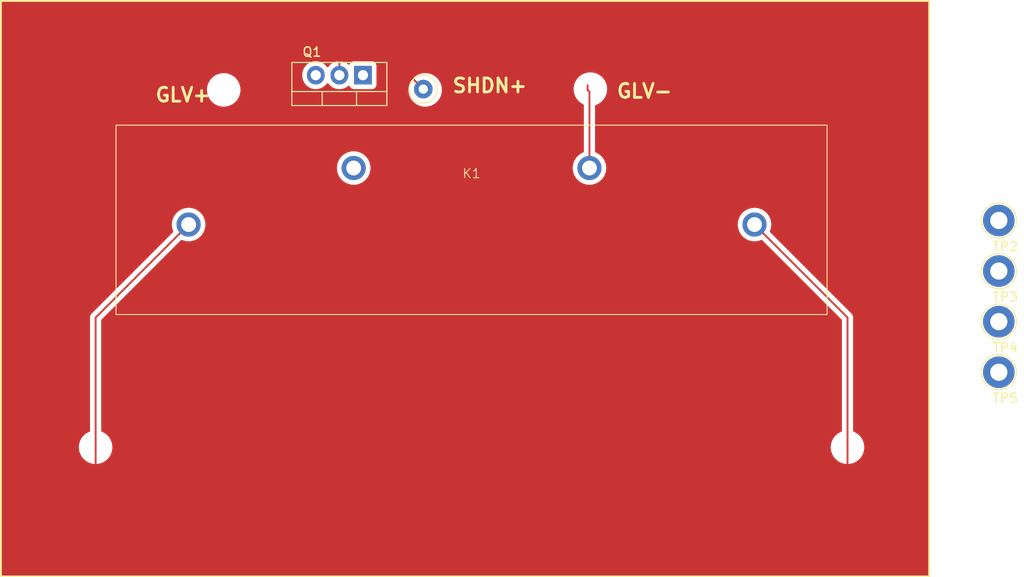
<source format=kicad_pcb>
(kicad_pcb (version 20241229) (generator "pcbnew") (generator_version "9.0")
  (layers (0 "F.Cu" signal) (2 "B.Cu" signal) (13 "F.Paste" user) (15 "B.Paste" user) (5 "F.SilkS" user "F.Silkscreen") (7 "B.SilkS" user "B.Silkscreen") (1 "F.Mask" user) (3 "B.Mask" user) (25 "Edge.Cuts" user))
  (net 0 "")
  (net 1 "Net-(Q1-D)")
  (net 2 "Net-(Q1-G)")
  (net 3 "Net-(Q1-S)")
  (net 4 "Net-(K1-Pad11)")
  (net 5 "Net-(K1-Pad12)")
  (net 6 "Net-(K1-PadA1)")
  (footprint "Library:Relay_SPST_NC_COMUS" (layer "F.Cu") (at 160.7 66.585)
    (property "Reference" "K1" (at 0 -5 0) (layer "F.SilkS") (effects (font (thickness 0.1))))
    (property "Value" "Relay_SPST-NC")
    (fp_rect (start -38.3 -10.2) (end 38.3 10.2) (stroke (width 0.1)) (fill no) (layer "F.SilkS"))
    (pad "1" thru_hole circle (at 30.48 0.505) (size 2.6 2.6) (drill 1.6) (layers "*.Cu" "*.Mask"))
    (pad "2" thru_hole circle (at 12.7 -5.585) (size 2.6 2.6) (drill 1.6) (layers "*.Cu" "*.Mask"))
    (pad "3" thru_hole circle (at -12.7 -5.585) (size 2.6 2.6) (drill 1.6) (layers "*.Cu" "*.Mask"))
    (pad "4" thru_hole circle (at -30.48 0.505) (size 2.6 2.6) (drill 1.6) (layers "*.Cu" "*.Mask"))
  )
  (footprint "TestPoint:TestPoint_Loop_D2.50mm_Drill1.85mm" (layer "F.Cu") (at 217.5 66.65)
    (property "Reference" "TP2" (at 0.7 2.8 0) (layer "F.SilkS"))
    (property "Value" "+12V")
    (fp_circle (center 0 0) (end 1.9 0) (stroke (width 0.12)) (fill no) (layer "F.SilkS"))
    (pad "1" thru_hole circle (at 0 0) (size 3.4 3.4) (drill 1.85) (layers "*.Cu" "*.Mask") (net 3 "Net-(Q1-S)"))
  )
  (footprint "TestPoint:TestPoint_Loop_D2.50mm_Drill1.85mm" (layer "F.Cu") (at 217.5 83)
    (property "Reference" "TP5" (at 0.7 2.8 0) (layer "F.SilkS"))
    (property "Value" "-12V")
    (fp_circle (center 0 0) (end 1.9 0) (stroke (width 0.12)) (fill no) (layer "F.SilkS"))
    (pad "1" thru_hole circle (at 0 0) (size 3.4 3.4) (drill 1.85) (layers "*.Cu" "*.Mask") (net 6 "Net-(K1-PadA1)"))
  )
  (footprint "TestPoint:TestPoint_Loop_D2.50mm_Drill1.85mm" (layer "F.Cu") (at 217.5 77.55)
    (property "Reference" "TP4" (at 0.7 2.8 0) (layer "F.SilkS"))
    (property "Value" "HV_Out")
    (fp_circle (center 0 0) (end 1.9 0) (stroke (width 0.12)) (fill no) (layer "F.SilkS"))
    (pad "1" thru_hole circle (at 0 0) (size 3.4 3.4) (drill 1.85) (layers "*.Cu" "*.Mask") (net 5 "Net-(K1-Pad12)"))
  )
  (footprint "TestPoint:TestPoint_Loop_D1.80mm_Drill1.0mm_Beaded" (layer "F.Cu") (at 155.5 52.5)
    (property "Reference" "TP1" (hide yes))
    (property "Value" "SHDN" (hide yes))
    (fp_circle (center 0 0) (end 1.5 0) (stroke (width 0.12)) (fill no) (layer "F.SilkS"))
    (pad "1" thru_hole circle (at 0 0) (size 2 2) (drill 1) (layers "*.Cu" "*.Mask") (net 2 "Net-(Q1-G)"))
  )
  (footprint "Package_TO_SOT_THT:TO-220-3_Vertical" (layer "F.Cu") (at 149 51 180)
    (property "Reference" "Q1" (at 5.5 2.5 0) (layer "F.SilkS"))
    (property "Value" "PMOS")
    (fp_line (start 7.66 -3.27) (end 7.66 1.371) (stroke (width 0.12)) (layer "F.SilkS"))
    (fp_line (start 4.391 -3.27) (end 4.391 -1.76) (stroke (width 0.12)) (layer "F.SilkS"))
    (fp_line (start 0.69 -3.27) (end 0.69 -1.76) (stroke (width 0.12)) (layer "F.SilkS"))
    (fp_line (start -2.58 1.371) (end 7.66 1.371) (stroke (width 0.12)) (layer "F.SilkS"))
    (fp_line (start -2.58 -1.76) (end 7.66 -1.76) (stroke (width 0.12)) (layer "F.SilkS"))
    (fp_line (start -2.58 -3.27) (end 7.66 -3.27) (stroke (width 0.12)) (layer "F.SilkS"))
    (fp_line (start -2.58 -3.27) (end -2.58 1.371) (stroke (width 0.12)) (layer "F.SilkS"))
    (pad "1" thru_hole rect (at 0 0 180) (size 1.905 2) (drill 1.1) (layers "*.Cu" "*.Mask") (net 1 "Net-(Q1-D)"))
    (pad "2" thru_hole oval (at 2.54 0 180) (size 1.905 2) (drill 1.1) (layers "*.Cu" "*.Mask") (net 2 "Net-(Q1-G)"))
    (pad "3" thru_hole oval (at 5.08 0 180) (size 1.905 2) (drill 1.1) (layers "*.Cu" "*.Mask") (net 3 "Net-(Q1-S)"))
  )
  (footprint "TestPoint:TestPoint_Loop_D2.50mm_Drill1.85mm" (layer "F.Cu") (at 217.5 72.1)
    (property "Reference" "TP3" (at 0.7 2.8 0) (layer "F.SilkS"))
    (property "Value" "HV_In")
    (fp_circle (center 0 0) (end 1.9 0) (stroke (width 0.12)) (fill no) (layer "F.SilkS"))
    (pad "1" thru_hole circle (at 0 0) (size 3.4 3.4) (drill 1.85) (layers "*.Cu" "*.Mask") (net 4 "Net-(K1-Pad11)"))
  )
  (gr_line (start 210 104.915) (end 210 43) (stroke (width 0.2)) (layer "F.SilkS"))
  (gr_line (start 110 105) (end 210 105) (stroke (width 0.2)) (layer "F.SilkS"))
  (gr_line (start 210 43) (end 110 43) (stroke (width 0.2)) (layer "F.SilkS"))
  (gr_line (start 110 43) (end 110 104.915) (stroke (width 0.2)) (layer "F.SilkS"))
  (gr_text "SHDN+" (at 158.5 53 0) (layer "F.SilkS") (effects (font (size 1.5 1.5) (thickness 0.3) (bold yes)) (justify left bottom)))
  (gr_text "GLV-" (at 176.2 53.585 0) (layer "F.SilkS") (effects (font (size 1.5 1.5) (thickness 0.3) (bold yes)) (justify left bottom)))
  (gr_text "GLV+" (at 126.5 54 0) (layer "F.SilkS") (effects (font (size 1.5 1.5) (thickness 0.3) (bold yes)) (justify left bottom)))
  (segment (start 173.2 52.585) (end 173.4 52.785) (width 0.2) (layer "F.Cu") (net 0))
  (segment (start 173.4 52.785) (end 173.4 61) (width 0.2) (layer "F.Cu") (net 0))
  (segment (start 173.2 52.085) (end 173.2 52.585) (width 0.2) (layer "F.Cu") (net 0))
  (segment (start 146.46 49.54) (end 146.46 51) (width 0.2) (layer "F.Cu") (net 2))
  (segment (start 130.22 67.09) (end 120.2 77.11) (width 0.2) (layer "F.Cu") (net 2))
  (segment (start 191.18 67.09) (end 201.2 77.11) (width 0.2) (layer "F.Cu") (net 2))
  (segment (start 151.5 48.5) (end 146.5 48.5) (width 0.2) (layer "F.Cu") (net 2))
  (segment (start 201.2 77.11) (end 201.2 99) (width 0.2) (layer "F.Cu") (net 2))
  (segment (start 146.5 49.5) (end 146.46 49.54) (width 0.2) (layer "F.Cu") (net 2))
  (segment (start 120.2 77.11) (end 120.2 99) (width 0.2) (layer "F.Cu") (net 2))
  (segment (start 146.5 48.5) (end 146.5 49.5) (width 0.2) (layer "F.Cu") (net 2))
  (segment (start 155.5 52.5) (end 151.5 48.5) (width 0.2) (layer "F.Cu") (net 2))
  (zone (net 0) (net_name "") (layer "F.Cu") (connect_pads (clearance 0.5)) (min_thickness 0.25) (fill yes (thermal_gap 0.5) (thermal_bridge_width 0.5) (island_removal_mode 1) (island_area_min 10))
    (polygon (pts (xy 110 104.915) (xy 210 104.915) (xy 210 43) (xy 110 43)))
  )
)
</source>
